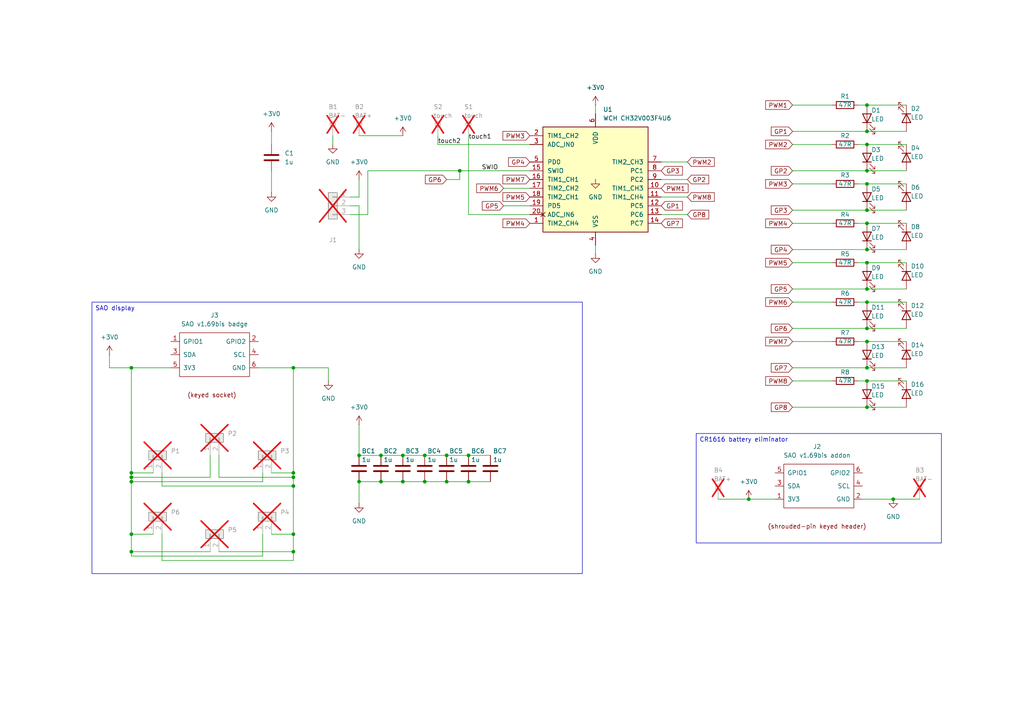
<source format=kicad_sch>
(kicad_sch (version 20250114) (generator "eeschema") (generator_version "9.0")
  (paper "A4")
  (lib_symbols
    (symbol "Connector:TestPoint" (pin_numbers (hide yes)) (pin_names (offset 0.762) (hide yes))
      (property "Reference" "TP" (at 0 6.858 0))
      (property "Value" "TestPoint" (at 0 5.08 0))
      (symbol "TestPoint_0_1"
        (circle (center 0 3.302) (radius 0.762))
      )
      (symbol "TestPoint_1_1"
        (pin passive line (at 0 0 90) (length 2.54) (name "1") (number "1"))
      )
    )
    (symbol "Connector_Generic:Conn_01x02" (pin_names (offset 1.016) (hide yes))
      (property "Reference" "J" (at 0 2.54 0))
      (property "Value" "Conn_01x02" (at 0 -5.08 0))
      (symbol "Conn_01x02_1_1"
        (rectangle (start -1.27 1.27) (end 1.27 -3.81) (stroke (width 0.254)) (fill (type background)))
        (rectangle (start -1.27 0.127) (end 0 -0.127) (stroke (width 0.1524)))
        (rectangle (start -1.27 -2.413) (end 0 -2.667) (stroke (width 0.1524)))
        (pin passive line (at -5.08 0 0) (length 3.81) (name "Pin_1") (number "1"))
        (pin passive line (at -5.08 -2.54 0) (length 3.81) (name "Pin_2") (number "2"))
      )
    )
    (symbol "Connector_Generic:Conn_01x03" (pin_names (offset 1.016) (hide yes))
      (property "Reference" "J" (at 0 5.08 0))
      (property "Value" "Conn_01x03" (at 0 -5.08 0))
      (symbol "Conn_01x03_1_1"
        (rectangle (start -1.27 3.81) (end 1.27 -3.81) (stroke (width 0.254)) (fill (type background)))
        (rectangle (start -1.27 2.667) (end 0 2.413) (stroke (width 0.1524)))
        (rectangle (start -1.27 0.127) (end 0 -0.127) (stroke (width 0.1524)))
        (rectangle (start -1.27 -2.413) (end 0 -2.667) (stroke (width 0.1524)))
        (pin passive line (at -5.08 2.54 0) (length 3.81) (name "Pin_1") (number "1"))
        (pin passive line (at -5.08 0 0) (length 3.81) (name "Pin_2") (number "2"))
        (pin passive line (at -5.08 -2.54 0) (length 3.81) (name "Pin_3") (number "3"))
      )
    )
    (symbol "Device:C" (pin_numbers (hide yes)) (pin_names (offset 0.254))
      (property "Reference" "C" (at 0.635 2.54 0))
      (property "Value" "C" (at 0.635 -2.54 0))
      (symbol "C_0_1"
        (polyline (pts (xy -2.032 0.762) (xy 2.032 0.762)) (stroke (width 0.508)))
        (polyline (pts (xy -2.032 -0.762) (xy 2.032 -0.762)) (stroke (width 0.508)))
      )
      (symbol "C_1_1"
        (pin passive line (at 0 3.81 270) (length 2.794) (name "~") (number "1"))
        (pin passive line (at 0 -3.81 90) (length 2.794) (name "~") (number "2"))
      )
    )
    (symbol "Device:LED" (pin_numbers (hide yes)) (pin_names (offset 1.016) (hide yes))
      (property "Reference" "D" (at 0 2.54 0))
      (property "Value" "LED" (at 0 -2.54 0))
      (symbol "LED_0_1"
        (polyline (pts (xy -3.048 -0.762) (xy -4.572 -2.286) (xy -3.81 -2.286) (xy -4.572 -2.286) (xy -4.572 -1.524)))
        (polyline (pts (xy -1.778 -0.762) (xy -3.302 -2.286) (xy -2.54 -2.286) (xy -3.302 -2.286) (xy -3.302 -1.524)))
        (polyline (pts (xy -1.27 0) (xy 1.27 0)))
        (polyline (pts (xy -1.27 -1.27) (xy -1.27 1.27)) (stroke (width 0.254)))
        (polyline (pts (xy 1.27 -1.27) (xy 1.27 1.27) (xy -1.27 0) (xy 1.27 -1.27)) (stroke (width 0.254)))
      )
      (symbol "LED_1_1"
        (pin passive line (at -3.81 0 0) (length 2.54) (name "K") (number "1"))
        (pin passive line (at 3.81 0 180) (length 2.54) (name "A") (number "2"))
      )
    )
    (symbol "Device:R" (pin_numbers (hide yes)) (pin_names (offset 0))
      (property "Reference" "R" (at 2.032 0 90))
      (property "Value" "R" (at 0 0 90))
      (symbol "R_0_1"
        (rectangle (start -1.016 -2.54) (end 1.016 2.54) (stroke (width 0.254)))
      )
      (symbol "R_1_1"
        (pin passive line (at 0 3.81 270) (length 1.27) (name "~") (number "1"))
        (pin passive line (at 0 -3.81 90) (length 1.27) (name "~") (number "2"))
      )
    )
    (symbol "extra:SAO v1.69bis addon" (pin_names (offset 1.016))
      (property "Reference" "J" (at -1.27 8.89 0))
      (property "Value" "SAO v1.69bis addon" (at -10.6806 -8.89 0))
      (symbol "SAO v1.69bis addon_0_1"
        (rectangle (start -10.16 6.35) (end 10.16 -6.35))
      )
      (symbol "SAO v1.69bis addon_1_1"
        (text "(shrouded-pin keyed header)" (at -0.508 -11.684 0) (effects (font (size 1.27 1.27))))
        (pin bidirectional line (at -12.7 3.81 0) (length 2.54) (name "GPIO1") (number "5"))
        (pin bidirectional line (at -12.7 0 0) (length 2.54) (name "SDA") (number "3"))
        (pin power_in line (at -12.7 -3.81 0) (length 2.54) (name "3V3") (number "1"))
        (pin bidirectional line (at 12.7 3.81 180) (length 2.54) (name "GPIO2") (number "6"))
        (pin input line (at 12.7 0 180) (length 2.54) (name "SCL") (number "4"))
        (pin power_in line (at 12.7 -3.81 180) (length 2.54) (name "GND") (number "2"))
      )
    )
    (symbol "extra:SAO v1.69bis badge" (pin_names (offset 1.016))
      (property "Reference" "J" (at -1.27 8.89 0))
      (property "Value" "SAO v1.69bis badge" (at -10.6806 -8.89 0))
      (symbol "SAO v1.69bis badge_0_1"
        (rectangle (start -10.16 6.35) (end 10.16 -6.35))
      )
      (symbol "SAO v1.69bis badge_1_1"
        (text "(keyed socket)" (at -0.762 -11.684 0) (effects (font (size 1.27 1.27))))
        (pin bidirectional line (at -12.7 3.81 0) (length 2.54) (name "GPIO1") (number "1"))
        (pin bidirectional line (at -12.7 0 0) (length 2.54) (name "SDA") (number "3"))
        (pin power_in line (at -12.7 -3.81 0) (length 2.54) (name "3V3") (number "5"))
        (pin bidirectional line (at 12.7 3.81 180) (length 2.54) (name "GPIO2") (number "2"))
        (pin input line (at 12.7 0 180) (length 2.54) (name "SCL") (number "4"))
        (pin power_in line (at 12.7 -3.81 180) (length 2.54) (name "GND") (number "6"))
      )
    )
    (symbol "extra:WCH CH32V003F4U6" (pin_names (offset 1.27))
      (property "Reference" "U" (at -13.97 16.51 0))
      (property "Value" "WCH CH32V003F4U6" (at 5.08 -16.51 0))
      (symbol "WCH CH32V003F4U6_0_1"
        (rectangle (start -15.24 15.24) (end 15.24 -15.24) (stroke (width 0.254)) (fill (type background)))
      )
      (symbol "WCH CH32V003F4U6_1_1"
        (pin bidirectional line (at -19.05 12.7 0) (length 3.81) (name "PA1") (number "2") (alternate "TIM1_CH2" output line))
        (pin bidirectional line (at -19.05 10.16 0) (length 3.81) (name "PA2") (number "3") (alternate "ADC_IN0" input line))
        (pin bidirectional line (at -19.05 5.08 0) (length 3.81) (name "PD0") (number "5"))
        (pin bidirectional line (at -19.05 2.54 0) (length 3.81) (name "PD1") (number "15") (alternate "SWIO" bidirectional line))
        (pin bidirectional line (at -19.05 0 0) (length 3.81) (name "PD2") (number "16") (alternate "TIM1_CH1" output line))
        (pin bidirectional line (at -19.05 -2.54 0) (length 3.81) (name "PD3") (number "17") (alternate "TIM2_CH2" output line))
        (pin bidirectional line (at -19.05 -5.08 0) (length 3.81) (name "PD4") (number "18") (alternate "TIM2_CH1" output line))
        (pin bidirectional line (at -19.05 -7.62 0) (length 3.81) (name "PD5") (number "19"))
        (pin bidirectional line (at -19.05 -10.16 0) (length 3.81) (name "PD6") (number "20") (alternate "ADC_IN6" input non_logic))
        (pin bidirectional line (at -19.05 -12.7 0) (length 3.81) (name "PD7") (number "1") (alternate "TIM2_CH4" output line))
        (pin power_in line (at 0 19.05 270) (length 3.81) (name "VDD") (number "6"))
        (pin power_in line (at 0 0 90) (length 3.81) (hide yes) (name "VSS") (number "21"))
        (pin power_in line (at 0 -19.05 90) (length 3.81) (name "VSS") (number "4"))
        (pin bidirectional line (at 19.05 5.08 180) (length 3.81) (name "PC0") (number "7") (alternate "TIM2_CH3" output line))
        (pin bidirectional line (at 19.05 2.54 180) (length 3.81) (name "PC1") (number "8"))
        (pin bidirectional line (at 19.05 0 180) (length 3.81) (name "PC2") (number "9"))
        (pin bidirectional line (at 19.05 -2.54 180) (length 3.81) (name "PC3") (number "10") (alternate "TIM1_CH3" output line))
        (pin bidirectional line (at 19.05 -5.08 180) (length 3.81) (name "PC4") (number "11") (alternate "TIM1_CH4" output line))
        (pin bidirectional line (at 19.05 -7.62 180) (length 3.81) (name "PC5") (number "12"))
        (pin bidirectional line (at 19.05 -10.16 180) (length 3.81) (name "PC6") (number "13"))
        (pin bidirectional line (at 19.05 -12.7 180) (length 3.81) (name "PC7") (number "14"))
      )
    )
    (symbol "power:+3V0" (power) (pin_numbers (hide yes)) (pin_names (offset 0) (hide yes))
      (property "Value" "+3V0" (at 0 3.556 0))
      (symbol "+3V0_0_1"
        (polyline (pts (xy -0.762 1.27) (xy 0 2.54)))
        (polyline (pts (xy 0 2.54) (xy 0.762 1.27)))
        (polyline (pts (xy 0 0) (xy 0 2.54)))
      )
      (symbol "+3V0_1_1"
        (pin power_in line (at 0 0 90) (length 0) (name "~") (number "1"))
      )
    )
    (symbol "power:GND" (power) (pin_numbers (hide yes)) (pin_names (offset 0) (hide yes))
      (property "Value" "GND" (at 0 -3.81 0))
      (symbol "GND_0_1"
        (polyline (pts (xy 0 0) (xy 0 -1.27) (xy 1.27 -1.27) (xy 0 -2.54) (xy -1.27 -1.27) (xy 0 -1.27)))
      )
      (symbol "GND_1_1"
        (pin power_in line (at 0 0 270) (length 0) (name "~") (number "1"))
      )
    )
  )
  (text_box "CR1616 battery eliminator" (at 201.93 125.73 0) (size 71.12 31.75) (margins 0.9525 0.9525 0.9525 0.9525) (effects (font (size 1.27 1.27)) (justify left top)))
  (text_box "SAO display" (at 26.67 87.63 0) (size 142.24 78.74) (margins 0.9525 0.9525 0.9525 0.9525) (effects (font (size 1.27 1.27)) (justify left top)))
  (junction (at 251.46 87.63))
  (junction (at 123.19 139.7))
  (junction (at 38.1 160.02))
  (junction (at 251.46 30.48))
  (junction (at 251.46 53.34))
  (junction (at 251.46 83.82))
  (junction (at 259.08 144.78))
  (junction (at 217.17 144.78))
  (junction (at 129.54 132.08))
  (junction (at 251.46 72.39))
  (junction (at 38.1 138.43))
  (junction (at 251.46 106.68))
  (junction (at 110.49 139.7))
  (junction (at 251.46 60.96))
  (junction (at 133.35 49.53))
  (junction (at 251.46 41.91))
  (junction (at 251.46 49.53))
  (junction (at 251.46 76.2))
  (junction (at 135.89 132.08))
  (junction (at 85.09 154.94))
  (junction (at 116.84 132.08))
  (junction (at 104.14 132.08))
  (junction (at 135.89 139.7))
  (junction (at 251.46 99.06))
  (junction (at 104.14 139.7))
  (junction (at 251.46 95.25))
  (junction (at 116.84 139.7))
  (junction (at 85.09 160.02))
  (junction (at 123.19 132.08))
  (junction (at 251.46 64.77))
  (junction (at 129.54 139.7))
  (junction (at 85.09 137.16))
  (junction (at 38.1 139.7))
  (junction (at 38.1 137.16))
  (junction (at 85.09 106.68))
  (junction (at 251.46 110.49))
  (junction (at 251.46 38.1))
  (junction (at 251.46 118.11))
  (junction (at 85.09 138.43))
  (junction (at 85.09 140.97))
  (junction (at 38.1 154.94))
  (junction (at 38.1 106.68))
  (junction (at 110.49 132.08))
  (wire (pts (xy 76.2 137.16) (xy 76.2 139.7)))
  (wire (pts (xy 153.67 41.91) (xy 127 41.91)))
  (wire (pts (xy 229.87 95.25) (xy 251.46 95.25)))
  (wire (pts (xy 101.6 59.69) (xy 104.14 59.69)))
  (wire (pts (xy 229.87 60.96) (xy 251.46 60.96)))
  (wire (pts (xy 78.74 55.88) (xy 78.74 49.53)))
  (wire (pts (xy 135.89 62.23) (xy 153.67 62.23)))
  (wire (pts (xy 106.68 49.53) (xy 133.35 49.53)))
  (wire (pts (xy 85.09 138.43) (xy 85.09 137.16)))
  (wire (pts (xy 76.2 139.7) (xy 38.1 139.7)))
  (wire (pts (xy 248.92 87.63) (xy 251.46 87.63)))
  (wire (pts (xy 85.09 162.56) (xy 85.09 160.02)))
  (wire (pts (xy 248.92 53.34) (xy 251.46 53.34)))
  (wire (pts (xy 248.92 110.49) (xy 251.46 110.49)))
  (wire (pts (xy 46.99 154.94) (xy 46.99 162.56)))
  (wire (pts (xy 191.77 57.15) (xy 199.39 57.15)))
  (wire (pts (xy 85.09 160.02) (xy 85.09 154.94)))
  (wire (pts (xy 31.75 106.68) (xy 38.1 106.68)))
  (wire (pts (xy 46.99 137.16) (xy 46.99 140.97)))
  (wire (pts (xy 85.09 106.68) (xy 74.93 106.68)))
  (wire (pts (xy 251.46 30.48) (xy 262.89 30.48)))
  (wire (pts (xy 104.14 57.15) (xy 101.6 57.15)))
  (wire (pts (xy 104.14 132.08) (xy 110.49 132.08)))
  (wire (pts (xy 251.46 118.11) (xy 262.89 118.11)))
  (wire (pts (xy 229.87 49.53) (xy 251.46 49.53)))
  (wire (pts (xy 217.17 144.78) (xy 224.79 144.78)))
  (wire (pts (xy 251.46 83.82) (xy 262.89 83.82)))
  (wire (pts (xy 76.2 161.29) (xy 38.1 161.29)))
  (wire (pts (xy 191.77 62.23) (xy 199.39 62.23)))
  (wire (pts (xy 38.1 138.43) (xy 38.1 137.16)))
  (wire (pts (xy 251.46 64.77) (xy 262.89 64.77)))
  (wire (pts (xy 38.1 161.29) (xy 38.1 160.02)))
  (wire (pts (xy 104.14 39.37) (xy 116.84 39.37)))
  (wire (pts (xy 251.46 95.25) (xy 262.89 95.25)))
  (wire (pts (xy 38.1 160.02) (xy 38.1 154.94)))
  (wire (pts (xy 85.09 154.94) (xy 85.09 140.97)))
  (wire (pts (xy 229.87 72.39) (xy 251.46 72.39)))
  (wire (pts (xy 229.87 83.82) (xy 251.46 83.82)))
  (wire (pts (xy 191.77 52.07) (xy 199.39 52.07)))
  (wire (pts (xy 133.35 49.53) (xy 153.67 49.53)))
  (wire (pts (xy 229.87 64.77) (xy 241.3 64.77)))
  (wire (pts (xy 172.72 71.12) (xy 172.72 73.66)))
  (wire (pts (xy 63.5 160.02) (xy 85.09 160.02)))
  (wire (pts (xy 31.75 102.87) (xy 31.75 106.68)))
  (wire (pts (xy 95.25 106.68) (xy 85.09 106.68)))
  (wire (pts (xy 259.08 144.78) (xy 266.7 144.78)))
  (wire (pts (xy 251.46 49.53) (xy 262.89 49.53)))
  (wire (pts (xy 135.89 39.37) (xy 135.89 62.23)))
  (wire (pts (xy 229.87 99.06) (xy 241.3 99.06)))
  (wire (pts (xy 251.46 72.39) (xy 262.89 72.39)))
  (wire (pts (xy 191.77 46.99) (xy 199.39 46.99)))
  (wire (pts (xy 229.87 38.1) (xy 251.46 38.1)))
  (wire (pts (xy 60.96 160.02) (xy 38.1 160.02)))
  (wire (pts (xy 63.5 132.08) (xy 63.5 138.43)))
  (wire (pts (xy 172.72 30.48) (xy 172.72 33.02)))
  (wire (pts (xy 38.1 137.16) (xy 38.1 106.68)))
  (wire (pts (xy 251.46 99.06) (xy 262.89 99.06)))
  (wire (pts (xy 229.87 118.11) (xy 251.46 118.11)))
  (wire (pts (xy 85.09 137.16) (xy 85.09 106.68)))
  (wire (pts (xy 38.1 106.68) (xy 49.53 106.68)))
  (wire (pts (xy 208.28 144.78) (xy 217.17 144.78)))
  (wire (pts (xy 251.46 38.1) (xy 262.89 38.1)))
  (wire (pts (xy 63.5 138.43) (xy 85.09 138.43)))
  (wire (pts (xy 44.45 137.16) (xy 38.1 137.16)))
  (wire (pts (xy 60.96 138.43) (xy 38.1 138.43)))
  (wire (pts (xy 123.19 139.7) (xy 129.54 139.7)))
  (wire (pts (xy 248.92 99.06) (xy 251.46 99.06)))
  (wire (pts (xy 135.89 139.7) (xy 142.24 139.7)))
  (wire (pts (xy 129.54 52.07) (xy 133.35 52.07)))
  (wire (pts (xy 229.87 110.49) (xy 241.3 110.49)))
  (wire (pts (xy 104.14 139.7) (xy 110.49 139.7)))
  (wire (pts (xy 85.09 140.97) (xy 85.09 138.43)))
  (wire (pts (xy 129.54 132.08) (xy 135.89 132.08)))
  (wire (pts (xy 123.19 132.08) (xy 129.54 132.08)))
  (wire (pts (xy 229.87 53.34) (xy 241.3 53.34)))
  (wire (pts (xy 129.54 139.7) (xy 135.89 139.7)))
  (wire (pts (xy 116.84 139.7) (xy 123.19 139.7)))
  (wire (pts (xy 78.74 154.94) (xy 85.09 154.94)))
  (wire (pts (xy 251.46 87.63) (xy 262.89 87.63)))
  (wire (pts (xy 110.49 139.7) (xy 116.84 139.7)))
  (wire (pts (xy 127 41.91) (xy 127 39.37)))
  (wire (pts (xy 96.52 39.37) (xy 96.52 41.91)))
  (wire (pts (xy 76.2 154.94) (xy 76.2 161.29)))
  (wire (pts (xy 78.74 137.16) (xy 85.09 137.16)))
  (wire (pts (xy 248.92 76.2) (xy 251.46 76.2)))
  (wire (pts (xy 78.74 38.1) (xy 78.74 41.91)))
  (wire (pts (xy 46.99 140.97) (xy 85.09 140.97)))
  (wire (pts (xy 104.14 52.07) (xy 104.14 57.15)))
  (wire (pts (xy 116.84 132.08) (xy 123.19 132.08)))
  (wire (pts (xy 251.46 106.68) (xy 262.89 106.68)))
  (wire (pts (xy 229.87 106.68) (xy 251.46 106.68)))
  (wire (pts (xy 106.68 62.23) (xy 101.6 62.23)))
  (wire (pts (xy 229.87 76.2) (xy 241.3 76.2)))
  (wire (pts (xy 46.99 162.56) (xy 85.09 162.56)))
  (wire (pts (xy 135.89 132.08) (xy 142.24 132.08)))
  (wire (pts (xy 229.87 30.48) (xy 241.3 30.48)))
  (wire (pts (xy 44.45 154.94) (xy 38.1 154.94)))
  (wire (pts (xy 229.87 41.91) (xy 241.3 41.91)))
  (wire (pts (xy 38.1 139.7) (xy 38.1 138.43)))
  (wire (pts (xy 251.46 60.96) (xy 262.89 60.96)))
  (wire (pts (xy 248.92 41.91) (xy 251.46 41.91)))
  (wire (pts (xy 104.14 146.05) (xy 104.14 139.7)))
  (wire (pts (xy 104.14 123.19) (xy 104.14 132.08)))
  (wire (pts (xy 95.25 110.49) (xy 95.25 106.68)))
  (wire (pts (xy 146.05 59.69) (xy 153.67 59.69)))
  (wire (pts (xy 146.05 54.61) (xy 153.67 54.61)))
  (wire (pts (xy 38.1 154.94) (xy 38.1 139.7)))
  (wire (pts (xy 248.92 30.48) (xy 251.46 30.48)))
  (wire (pts (xy 133.35 52.07) (xy 133.35 49.53)))
  (wire (pts (xy 104.14 59.69) (xy 104.14 72.39)))
  (wire (pts (xy 110.49 132.08) (xy 116.84 132.08)))
  (wire (pts (xy 248.92 64.77) (xy 251.46 64.77)))
  (wire (pts (xy 250.19 144.78) (xy 259.08 144.78)))
  (wire (pts (xy 251.46 41.91) (xy 262.89 41.91)))
  (wire (pts (xy 106.68 49.53) (xy 106.68 62.23)))
  (wire (pts (xy 251.46 53.34) (xy 262.89 53.34)))
  (wire (pts (xy 251.46 76.2) (xy 262.89 76.2)))
  (wire (pts (xy 251.46 110.49) (xy 262.89 110.49)))
  (wire (pts (xy 60.96 132.08) (xy 60.96 138.43)))
  (wire (pts (xy 229.87 87.63) (xy 241.3 87.63)))
  (label "touch1" (at 135.89 40.64 0))
  (label "touch2" (at 127 41.91 0))
  (label "SWIO" (at 139.7 49.53 0))
  (global_label "GP1" (shape input) (at 191.77 59.69 0) (property "Intersheetrefs" "${INTERSHEET_REFS}" (effects (hide yes))))
  (global_label "GP4" (shape input) (at 153.67 46.99 180) (property "Intersheetrefs" "${INTERSHEET_REFS}" (effects (hide yes))))
  (global_label "GP3" (shape input) (at 229.87 60.96 180) (property "Intersheetrefs" "${INTERSHEET_REFS}" (effects (hide yes))))
  (global_label "PWM3" (shape input) (at 153.67 39.37 180) (property "Intersheetrefs" "${INTERSHEET_REFS}" (effects (hide yes))))
  (global_label "PWM6" (shape input) (at 229.87 87.63 180) (property "Intersheetrefs" "${INTERSHEET_REFS}" (effects (hide yes))))
  (global_label "GP1" (shape input) (at 229.87 38.1 180) (property "Intersheetrefs" "${INTERSHEET_REFS}" (effects (hide yes))))
  (global_label "PWM1" (shape input) (at 229.87 30.48 180) (property "Intersheetrefs" "${INTERSHEET_REFS}" (effects (hide yes))))
  (global_label "GP7" (shape input) (at 191.77 64.77 0) (property "Intersheetrefs" "${INTERSHEET_REFS}" (effects (hide yes))))
  (global_label "PWM1" (shape input) (at 191.77 54.61 0) (property "Intersheetrefs" "${INTERSHEET_REFS}" (effects (hide yes))))
  (global_label "PWM2" (shape input) (at 229.87 41.91 180) (property "Intersheetrefs" "${INTERSHEET_REFS}" (effects (hide yes))))
  (global_label "GP5" (shape input) (at 146.05 59.69 180) (property "Intersheetrefs" "${INTERSHEET_REFS}" (effects (hide yes))))
  (global_label "GP8" (shape input) (at 199.39 62.23 0) (property "Intersheetrefs" "${INTERSHEET_REFS}" (effects (hide yes))))
  (global_label "PWM7" (shape input) (at 229.87 99.06 180) (property "Intersheetrefs" "${INTERSHEET_REFS}" (effects (hide yes))))
  (global_label "GP2" (shape input) (at 229.87 49.53 180) (property "Intersheetrefs" "${INTERSHEET_REFS}" (effects (hide yes))))
  (global_label "PWM4" (shape input) (at 229.87 64.77 180) (property "Intersheetrefs" "${INTERSHEET_REFS}" (effects (hide yes))))
  (global_label "GP7" (shape input) (at 229.87 106.68 180) (property "Intersheetrefs" "${INTERSHEET_REFS}" (effects (hide yes))))
  (global_label "PWM5" (shape input) (at 153.67 57.15 180) (property "Intersheetrefs" "${INTERSHEET_REFS}" (effects (hide yes))))
  (global_label "PWM5" (shape input) (at 229.87 76.2 180) (property "Intersheetrefs" "${INTERSHEET_REFS}" (effects (hide yes))))
  (global_label "PWM3" (shape input) (at 229.87 53.34 180) (property "Intersheetrefs" "${INTERSHEET_REFS}" (effects (hide yes))))
  (global_label "PWM7" (shape input) (at 153.67 52.07 180) (property "Intersheetrefs" "${INTERSHEET_REFS}" (effects (hide yes))))
  (global_label "GP3" (shape input) (at 191.77 49.53 0) (property "Intersheetrefs" "${INTERSHEET_REFS}" (effects (hide yes))))
  (global_label "PWM2" (shape input) (at 199.39 46.99 0) (property "Intersheetrefs" "${INTERSHEET_REFS}" (effects (hide yes))))
  (global_label "GP5" (shape input) (at 229.87 83.82 180) (property "Intersheetrefs" "${INTERSHEET_REFS}" (effects (hide yes))))
  (global_label "PWM6" (shape input) (at 146.05 54.61 180) (property "Intersheetrefs" "${INTERSHEET_REFS}" (effects (hide yes))))
  (global_label "GP4" (shape input) (at 229.87 72.39 180) (property "Intersheetrefs" "${INTERSHEET_REFS}" (effects (hide yes))))
  (global_label "GP6" (shape input) (at 229.87 95.25 180) (property "Intersheetrefs" "${INTERSHEET_REFS}" (effects (hide yes))))
  (global_label "GP2" (shape input) (at 199.39 52.07 0) (property "Intersheetrefs" "${INTERSHEET_REFS}" (effects (hide yes))))
  (global_label "PWM4" (shape input) (at 153.67 64.77 180) (property "Intersheetrefs" "${INTERSHEET_REFS}" (effects (hide yes))))
  (global_label "PWM8" (shape input) (at 229.87 110.49 180) (property "Intersheetrefs" "${INTERSHEET_REFS}" (effects (hide yes))))
  (global_label "GP8" (shape input) (at 229.87 118.11 180) (property "Intersheetrefs" "${INTERSHEET_REFS}" (effects (hide yes))))
  (global_label "GP6" (shape input) (at 129.54 52.07 180) (property "Intersheetrefs" "${INTERSHEET_REFS}" (effects (hide yes))))
  (global_label "PWM8" (shape input) (at 199.39 57.15 0) (property "Intersheetrefs" "${INTERSHEET_REFS}" (effects (hide yes))))
  (symbol (lib_id "Device:R") (at 245.11 41.91 90) (unit 1)
    (property "Reference" "R2" (at 245.11 39.37 90))
    (property "Value" "47R" (at 245.11 41.91 90))
    (property "Footprint" "Resistor_SMD:R_0402_1005Metric" (effects (hide yes)))
    (property "Datasheet" "https://www.lcsc.com/datasheet/lcsc_datasheet_2411071710_FOJAN-FRC0402F47R0TS_C2909362.pdf" (effects (hide yes)))
    (property "Description" "Resistor" (effects (hide yes)))
    (property "LCSC" "C2909362" (effects (hide yes)))
  )
  (symbol (lib_id "Device:R") (at 245.11 110.49 90) (unit 1)
    (property "Reference" "R8" (at 245.11 107.95 90))
    (property "Value" "47R" (at 245.11 110.49 90))
    (property "Footprint" "Resistor_SMD:R_0402_1005Metric" (effects (hide yes)))
    (property "Datasheet" "https://www.lcsc.com/datasheet/lcsc_datasheet_2411071710_FOJAN-FRC0402F47R0TS_C2909362.pdf" (effects (hide yes)))
    (property "Description" "Resistor" (effects (hide yes)))
    (property "LCSC" "C2909362" (effects (hide yes)))
  )
  (symbol (lib_id "power:GND") (at 96.52 41.91 0) (unit 1)
    (property "Reference" "#PWR03" (effects (hide yes)))
    (property "Value" "GND" (at 96.52 46.99 0))
    (property "Description" "Power symbol creates a global label with name \"GND\" , ground" (effects (hide yes)))
  )
  (symbol (lib_id "power:GND") (at 259.08 144.78 0) (unit 1)
    (property "Reference" "#PWR08" (effects (hide yes)))
    (property "Value" "GND" (at 259.08 149.86 0))
    (property "Description" "Power symbol creates a global label with name \"GND\" , ground" (effects (hide yes)))
  )
  (symbol (lib_id "Device:R") (at 245.11 30.48 90) (unit 1)
    (property "Reference" "R1" (at 245.11 27.94 90))
    (property "Value" "47R" (at 245.11 30.48 90))
    (property "Footprint" "Resistor_SMD:R_0402_1005Metric" (effects (hide yes)))
    (property "Datasheet" "https://www.lcsc.com/datasheet/lcsc_datasheet_2411071710_FOJAN-FRC0402F47R0TS_C2909362.pdf" (effects (hide yes)))
    (property "Description" "Resistor" (effects (hide yes)))
    (property "LCSC" "C2909362" (effects (hide yes)))
  )
  (symbol (lib_id "Device:LED") (at 251.46 45.72 90) (unit 1)
    (property "Reference" "D3" (at 252.73 43.434 90) (effects (justify right)))
    (property "Value" "LED" (at 252.73 45.974 90) (effects (justify right)))
    (property "Footprint" "LED_SMD:LED_0402_1005Metric" (effects (hide yes)))
    (property "Datasheet" "https://www.lcsc.com/datasheet/lcsc_datasheet_2402181505_XINGLIGHT-XL-1005SURC_C965790.pdf" (effects (hide yes)))
    (property "Description" "Light emitting diode" (effects (hide yes)))
    (property "LCSC" "C965790" (effects (hide yes)))
  )
  (symbol (lib_id "power:+3V0") (at 172.72 30.48 0) (unit 1)
    (property "Reference" "#PWR01" (effects (hide yes)))
    (property "Value" "+3V0" (at 172.72 25.4 0))
    (property "Description" "Power symbol creates a global label with name \"+3V0\"" (effects (hide yes)))
  )
  (symbol (lib_id "Device:C") (at 135.89 135.89 0) (unit 1)
    (property "Reference" "BC6" (at 136.652 130.81 0) (effects (justify left)))
    (property "Value" "1u" (at 136.652 133.35 0) (effects (justify left)))
    (property "Footprint" "Capacitor_SMD:C_0805_2012Metric_Pad1.18x1.45mm_HandSolder" (effects (hide yes)))
    (property "Datasheet" "https://www.lcsc.com/datasheet/lcsc_datasheet_2409291532_CCTC-TCC0805X5R105M250DT_C7393927.pdf" (effects (hide yes)))
    (property "Description" "Unpolarized capacitor" (effects (hide yes)))
    (property "LCSC" "C7393927" (effects (hide yes)))
  )
  (symbol (lib_id "power:GND") (at 95.25 110.49 0) (unit 1)
    (property "Reference" "#PWR013" (effects (hide yes)))
    (property "Value" "GND" (at 95.25 115.57 0))
    (property "Description" "Power symbol creates a global label with name \"GND\" , ground" (effects (hide yes)))
  )
  (symbol (lib_id "Device:LED") (at 262.89 45.72 270) (unit 1)
    (property "Reference" "D4" (at 264.16 42.926 90) (effects (justify left)))
    (property "Value" "LED" (at 264.16 45.466 90) (effects (justify left)))
    (property "Footprint" "LED_SMD:LED_0402_1005Metric" (effects (hide yes)))
    (property "Datasheet" "https://www.lcsc.com/datasheet/lcsc_datasheet_2402181505_XINGLIGHT-XL-1005SURC_C965790.pdf" (effects (hide yes)))
    (property "Description" "Light emitting diode" (effects (hide yes)))
    (property "LCSC" "C965790" (effects (hide yes)))
  )
  (symbol (lib_id "Device:R") (at 245.11 76.2 90) (unit 1)
    (property "Reference" "R5" (at 245.11 73.66 90))
    (property "Value" "47R" (at 245.11 76.2 90))
    (property "Footprint" "Resistor_SMD:R_0402_1005Metric" (effects (hide yes)))
    (property "Datasheet" "https://www.lcsc.com/datasheet/lcsc_datasheet_2411071710_FOJAN-FRC0402F47R0TS_C2909362.pdf" (effects (hide yes)))
    (property "Description" "Resistor" (effects (hide yes)))
    (property "LCSC" "C2909362" (effects (hide yes)))
  )
  (symbol (lib_id "Device:LED") (at 251.46 80.01 90) (unit 1)
    (property "Reference" "D9" (at 252.73 77.724 90) (effects (justify right)))
    (property "Value" "LED" (at 252.73 80.264 90) (effects (justify right)))
    (property "Footprint" "LED_SMD:LED_0402_1005Metric" (effects (hide yes)))
    (property "Datasheet" "https://www.lcsc.com/datasheet/lcsc_datasheet_2402181505_XINGLIGHT-XL-1005SURC_C965790.pdf" (effects (hide yes)))
    (property "Description" "Light emitting diode" (effects (hide yes)))
    (property "LCSC" "C965790" (effects (hide yes)))
  )
  (symbol (lib_id "power:GND") (at 172.72 73.66 0) (unit 1)
    (property "Reference" "#PWR05" (effects (hide yes)))
    (property "Value" "GND" (at 172.72 78.74 0))
    (property "Description" "Power symbol creates a global label with name \"GND\" , ground" (effects (hide yes)))
  )
  (symbol (lib_id "power:+3V0") (at 31.75 102.87 0) (unit 1)
    (property "Reference" "#PWR012" (effects (hide yes)))
    (property "Value" "+3V0" (at 31.75 97.79 0))
    (property "Description" "Power symbol creates a global label with name \"+3V0\"" (effects (hide yes)))
  )
  (symbol (lib_id "Device:C") (at 123.19 135.89 0) (unit 1)
    (property "Reference" "BC4" (at 123.952 130.81 0) (effects (justify left)))
    (property "Value" "1u" (at 123.952 133.35 0) (effects (justify left)))
    (property "Footprint" "Capacitor_SMD:C_0805_2012Metric_Pad1.18x1.45mm_HandSolder" (effects (hide yes)))
    (property "Datasheet" "https://www.lcsc.com/datasheet/lcsc_datasheet_2409291532_CCTC-TCC0805X5R105M250DT_C7393927.pdf" (effects (hide yes)))
    (property "Description" "Unpolarized capacitor" (effects (hide yes)))
    (property "LCSC" "C7393927" (effects (hide yes)))
  )
  (symbol (lib_id "Connector_Generic:Conn_01x02") (at 60.96 154.94 90) (unit 1) (in_bom no) (dnp yes)
    (property "Reference" "P5" (at 66.04 153.6699 90) (effects (justify right)))
    (property "Value" "Conn_01x02" (effects (hide yes)))
    (property "Footprint" "Connector_PinHeader_2.54mm:PinHeader_1x02_P2.54mm_Vertical" (effects (hide yes)))
    (property "Description" "Generic connector, single row, 01x02, script generated (kicad-library-utils/schlib/autogen/connector/)" (effects (hide yes)))
  )
  (symbol (lib_id "Device:LED") (at 262.89 57.15 270) (unit 1)
    (property "Reference" "D6" (at 264.16 54.356 90) (effects (justify left)))
    (property "Value" "LED" (at 264.16 56.896 90) (effects (justify left)))
    (property "Footprint" "LED_SMD:LED_0402_1005Metric" (effects (hide yes)))
    (property "Datasheet" "https://www.lcsc.com/datasheet/lcsc_datasheet_2402181505_XINGLIGHT-XL-1005SURC_C965790.pdf" (effects (hide yes)))
    (property "Description" "Light emitting diode" (effects (hide yes)))
    (property "LCSC" "C965790" (effects (hide yes)))
  )
  (symbol (lib_id "Connector_Generic:Conn_01x02") (at 76.2 132.08 90) (unit 1) (in_bom no) (dnp yes)
    (property "Reference" "P3" (at 81.28 130.8099 90) (effects (justify right)))
    (property "Value" "Conn_01x02" (effects (hide yes)))
    (property "Footprint" "Connector_PinHeader_2.54mm:PinHeader_1x02_P2.54mm_Vertical" (effects (hide yes)))
    (property "Description" "Generic connector, single row, 01x02, script generated (kicad-library-utils/schlib/autogen/connector/)" (effects (hide yes)))
  )
  (symbol (lib_id "Connector:TestPoint") (at 266.7 144.78 0) (unit 1) (in_bom no) (dnp yes)
    (property "Reference" "B3" (at 265.43 136.398 0) (effects (justify left)))
    (property "Value" "BAT-" (at 265.43 138.938 0) (effects (justify left)))
    (property "Footprint" "TestPoint:TestPoint_Pad_D4.0mm" (effects (hide yes)))
    (property "Description" "test point" (effects (hide yes)))
  )
  (symbol (lib_id "Device:LED") (at 251.46 34.29 90) (unit 1)
    (property "Reference" "D1" (at 252.73 32.004 90) (effects (justify right)))
    (property "Value" "LED" (at 252.73 34.544 90) (effects (justify right)))
    (property "Footprint" "LED_SMD:LED_0402_1005Metric" (effects (hide yes)))
    (property "Datasheet" "https://www.lcsc.com/datasheet/lcsc_datasheet_2402181505_XINGLIGHT-XL-1005SURC_C965790.pdf" (effects (hide yes)))
    (property "Description" "Light emitting diode" (effects (hide yes)))
    (property "LCSC" "C965790" (effects (hide yes)))
  )
  (symbol (lib_id "Device:LED") (at 262.89 80.01 270) (unit 1)
    (property "Reference" "D10" (at 264.16 77.216 90) (effects (justify left)))
    (property "Value" "LED" (at 264.16 79.756 90) (effects (justify left)))
    (property "Footprint" "LED_SMD:LED_0402_1005Metric" (effects (hide yes)))
    (property "Datasheet" "https://www.lcsc.com/datasheet/lcsc_datasheet_2402181505_XINGLIGHT-XL-1005SURC_C965790.pdf" (effects (hide yes)))
    (property "Description" "Light emitting diode" (effects (hide yes)))
    (property "LCSC" "C965790" (effects (hide yes)))
  )
  (symbol (lib_id "Connector:TestPoint") (at 135.89 39.37 0) (unit 1) (in_bom no) (dnp yes)
    (property "Reference" "S1" (at 134.62 30.988 0) (effects (justify left)))
    (property "Value" "touch" (at 134.62 33.528 0) (effects (justify left)))
    (property "Footprint" "TestPoint:TestPoint_Pad_D4.0mm" (effects (hide yes)))
    (property "Description" "test point" (effects (hide yes)))
  )
  (symbol (lib_id "power:+3V0") (at 78.74 38.1 0) (unit 1)
    (property "Reference" "#PWR09" (effects (hide yes)))
    (property "Value" "+3V0" (at 78.74 33.02 0))
    (property "Description" "Power symbol creates a global label with name \"+3V0\"" (effects (hide yes)))
  )
  (symbol (lib_id "Device:LED") (at 251.46 114.3 90) (unit 1)
    (property "Reference" "D15" (at 252.73 112.014 90) (effects (justify right)))
    (property "Value" "LED" (at 252.73 114.554 90) (effects (justify right)))
    (property "Footprint" "LED_SMD:LED_0402_1005Metric" (effects (hide yes)))
    (property "Datasheet" "https://www.lcsc.com/datasheet/lcsc_datasheet_2402181505_XINGLIGHT-XL-1005SURC_C965790.pdf" (effects (hide yes)))
    (property "Description" "Light emitting diode" (effects (hide yes)))
    (property "LCSC" "C965790" (effects (hide yes)))
  )
  (symbol (lib_id "Device:LED") (at 262.89 68.58 270) (unit 1)
    (property "Reference" "D8" (at 264.16 65.786 90) (effects (justify left)))
    (property "Value" "LED" (at 264.16 68.326 90) (effects (justify left)))
    (property "Footprint" "LED_SMD:LED_0402_1005Metric" (effects (hide yes)))
    (property "Datasheet" "https://www.lcsc.com/datasheet/lcsc_datasheet_2402181505_XINGLIGHT-XL-1005SURC_C965790.pdf" (effects (hide yes)))
    (property "Description" "Light emitting diode" (effects (hide yes)))
    (property "LCSC" "C965790" (effects (hide yes)))
  )
  (symbol (lib_id "Device:C") (at 116.84 135.89 0) (unit 1)
    (property "Reference" "BC3" (at 117.602 130.81 0) (effects (justify left)))
    (property "Value" "1u" (at 117.602 133.35 0) (effects (justify left)))
    (property "Footprint" "Capacitor_SMD:C_0805_2012Metric_Pad1.18x1.45mm_HandSolder" (effects (hide yes)))
    (property "Datasheet" "https://www.lcsc.com/datasheet/lcsc_datasheet_2409291532_CCTC-TCC0805X5R105M250DT_C7393927.pdf" (effects (hide yes)))
    (property "Description" "Unpolarized capacitor" (effects (hide yes)))
    (property "LCSC" "C7393927" (effects (hide yes)))
  )
  (symbol (lib_id "Device:LED") (at 251.46 68.58 90) (unit 1)
    (property "Reference" "D7" (at 252.73 66.294 90) (effects (justify right)))
    (property "Value" "LED" (at 252.73 68.834 90) (effects (justify right)))
    (property "Footprint" "LED_SMD:LED_0402_1005Metric" (effects (hide yes)))
    (property "Datasheet" "https://www.lcsc.com/datasheet/lcsc_datasheet_2402181505_XINGLIGHT-XL-1005SURC_C965790.pdf" (effects (hide yes)))
    (property "Description" "Light emitting diode" (effects (hide yes)))
    (property "LCSC" "C965790" (effects (hide yes)))
  )
  (symbol (lib_id "power:+3V0") (at 217.17 144.78 0) (unit 1)
    (property "Reference" "#PWR011" (effects (hide yes)))
    (property "Value" "+3V0" (at 217.17 139.7 0))
    (property "Description" "Power symbol creates a global label with name \"+3V0\"" (effects (hide yes)))
  )
  (symbol (lib_id "Device:R") (at 245.11 64.77 90) (unit 1)
    (property "Reference" "R4" (at 245.11 62.23 90))
    (property "Value" "47R" (at 245.11 64.77 90))
    (property "Footprint" "Resistor_SMD:R_0402_1005Metric" (effects (hide yes)))
    (property "Datasheet" "https://www.lcsc.com/datasheet/lcsc_datasheet_2411071710_FOJAN-FRC0402F47R0TS_C2909362.pdf" (effects (hide yes)))
    (property "Description" "Resistor" (effects (hide yes)))
    (property "LCSC" "C2909362" (effects (hide yes)))
  )
  (symbol (lib_id "power:GND") (at 104.14 146.05 0) (unit 1)
    (property "Reference" "#PWR015" (effects (hide yes)))
    (property "Value" "GND" (at 104.14 151.13 0))
    (property "Description" "Power symbol creates a global label with name \"GND\" , ground" (effects (hide yes)))
  )
  (symbol (lib_id "Device:LED") (at 251.46 57.15 90) (unit 1)
    (property "Reference" "D5" (at 252.73 54.864 90) (effects (justify right)))
    (property "Value" "LED" (at 252.73 57.404 90) (effects (justify right)))
    (property "Footprint" "LED_SMD:LED_0402_1005Metric" (effects (hide yes)))
    (property "Datasheet" "https://www.lcsc.com/datasheet/lcsc_datasheet_2402181505_XINGLIGHT-XL-1005SURC_C965790.pdf" (effects (hide yes)))
    (property "Description" "Light emitting diode" (effects (hide yes)))
    (property "LCSC" "C965790" (effects (hide yes)))
  )
  (symbol (lib_id "power:+3V0") (at 104.14 52.07 0) (unit 1)
    (property "Reference" "#PWR06" (effects (hide yes)))
    (property "Value" "+3V0" (at 104.14 46.99 0))
    (property "Description" "Power symbol creates a global label with name \"+3V0\"" (effects (hide yes)))
  )
  (symbol (lib_id "Device:C") (at 142.24 135.89 0) (unit 1)
    (property "Reference" "BC7" (at 143.002 130.81 0) (effects (justify left)))
    (property "Value" "1u" (at 143.002 133.35 0) (effects (justify left)))
    (property "Footprint" "Capacitor_SMD:C_0805_2012Metric_Pad1.18x1.45mm_HandSolder" (effects (hide yes)))
    (property "Datasheet" "https://www.lcsc.com/datasheet/lcsc_datasheet_2409291532_CCTC-TCC0805X5R105M250DT_C7393927.pdf" (effects (hide yes)))
    (property "Description" "Unpolarized capacitor" (effects (hide yes)))
    (property "LCSC" "C7393927" (effects (hide yes)))
  )
  (symbol (lib_id "power:GND") (at 104.14 72.39 0) (unit 1)
    (property "Reference" "#PWR07" (effects (hide yes)))
    (property "Value" "GND" (at 104.14 77.47 0))
    (property "Description" "Power symbol creates a global label with name \"GND\" , ground" (effects (hide yes)))
  )
  (symbol (lib_id "extra:SAO v1.69bis addon") (at 237.49 140.97 0) (unit 1)
    (property "Reference" "J2" (at 236.982 129.54 0))
    (property "Value" "SAO v1.69bis addon" (at 236.982 132.08 0))
    (property "Footprint" "Connector_IDC:IDC-Header_2x03_P2.54mm_Vertical" (effects (hide yes)))
    (property "Datasheet" "https://hackaday.com/2019/03/20/introducing-the-shitty-add-on-v1-69bis-standard/" (effects (hide yes)))
  )
  (symbol (lib_id "Device:LED") (at 251.46 102.87 90) (unit 1)
    (property "Reference" "D13" (at 252.73 100.584 90) (effects (justify right)))
    (property "Value" "LED" (at 252.73 103.124 90) (effects (justify right)))
    (property "Footprint" "LED_SMD:LED_0402_1005Metric" (effects (hide yes)))
    (property "Datasheet" "https://www.lcsc.com/datasheet/lcsc_datasheet_2402181505_XINGLIGHT-XL-1005SURC_C965790.pdf" (effects (hide yes)))
    (property "Description" "Light emitting diode" (effects (hide yes)))
    (property "LCSC" "C965790" (effects (hide yes)))
  )
  (symbol (lib_id "Connector:TestPoint") (at 127 39.37 0) (unit 1) (in_bom no) (dnp yes)
    (property "Reference" "S2" (at 125.73 30.988 0) (effects (justify left)))
    (property "Value" "touch" (at 125.73 33.528 0) (effects (justify left)))
    (property "Footprint" "TestPoint:TestPoint_Pad_D4.0mm" (effects (hide yes)))
    (property "Description" "test point" (effects (hide yes)))
  )
  (symbol (lib_id "Device:LED") (at 262.89 91.44 270) (unit 1)
    (property "Reference" "D12" (at 264.16 88.646 90) (effects (justify left)))
    (property "Value" "LED" (at 264.16 91.186 90) (effects (justify left)))
    (property "Footprint" "LED_SMD:LED_0402_1005Metric" (effects (hide yes)))
    (property "Datasheet" "https://www.lcsc.com/datasheet/lcsc_datasheet_2402181505_XINGLIGHT-XL-1005SURC_C965790.pdf" (effects (hide yes)))
    (property "Description" "Light emitting diode" (effects (hide yes)))
    (property "LCSC" "C965790" (effects (hide yes)))
  )
  (symbol (lib_id "Connector_Generic:Conn_01x02") (at 60.96 127 90) (unit 1) (in_bom no) (dnp yes)
    (property "Reference" "P2" (at 66.04 125.7299 90) (effects (justify right)))
    (property "Value" "Conn_01x02" (effects (hide yes)))
    (property "Footprint" "Connector_PinHeader_2.54mm:PinHeader_1x02_P2.54mm_Vertical" (effects (hide yes)))
    (property "Description" "Generic connector, single row, 01x02, script generated (kicad-library-utils/schlib/autogen/connector/)" (effects (hide yes)))
  )
  (symbol (lib_id "power:GND") (at 78.74 55.88 0) (unit 1)
    (property "Reference" "#PWR010" (effects (hide yes)))
    (property "Value" "GND" (at 78.74 60.96 0))
    (property "Description" "Power symbol creates a global label with name \"GND\" , ground" (effects (hide yes)))
  )
  (symbol (lib_id "power:+3V0") (at 116.84 39.37 0) (unit 1)
    (property "Reference" "#PWR04" (effects (hide yes)))
    (property "Value" "+3V0" (at 116.84 34.29 0))
    (property "Description" "Power symbol creates a global label with name \"+3V0\"" (effects (hide yes)))
  )
  (symbol (lib_id "Connector_Generic:Conn_01x02") (at 76.2 149.86 90) (unit 1) (in_bom no) (dnp yes)
    (property "Reference" "P4" (at 81.28 148.5899 90) (effects (justify right)))
    (property "Value" "Conn_01x02" (effects (hide yes)))
    (property "Footprint" "Connector_PinHeader_2.54mm:PinHeader_1x02_P2.54mm_Vertical" (effects (hide yes)))
    (property "Description" "Generic connector, single row, 01x02, script generated (kicad-library-utils/schlib/autogen/connector/)" (effects (hide yes)))
  )
  (symbol (lib_id "Device:C") (at 104.14 135.89 0) (unit 1)
    (property "Reference" "BC1" (at 104.902 130.81 0) (effects (justify left)))
    (property "Value" "1u" (at 104.902 133.35 0) (effects (justify left)))
    (property "Footprint" "Capacitor_SMD:C_0805_2012Metric_Pad1.18x1.45mm_HandSolder" (effects (hide yes)))
    (property "Datasheet" "https://www.lcsc.com/datasheet/lcsc_datasheet_2409291532_CCTC-TCC0805X5R105M250DT_C7393927.pdf" (effects (hide yes)))
    (property "Description" "Unpolarized capacitor" (effects (hide yes)))
    (property "LCSC" "C7393927" (effects (hide yes)))
  )
  (symbol (lib_id "Connector:TestPoint") (at 208.28 144.78 0) (unit 1) (in_bom no) (dnp yes)
    (property "Reference" "B4" (at 207.01 136.398 0) (effects (justify left)))
    (property "Value" "BAT+" (at 207.01 138.938 0) (effects (justify left)))
    (property "Footprint" "TestPoint:TestPoint_Pad_D4.0mm" (effects (hide yes)))
    (property "Description" "test point" (effects (hide yes)))
  )
  (symbol (lib_id "Device:LED") (at 251.46 91.44 90) (unit 1)
    (property "Reference" "D11" (at 252.73 89.154 90) (effects (justify right)))
    (property "Value" "LED" (at 252.73 91.694 90) (effects (justify right)))
    (property "Footprint" "LED_SMD:LED_0402_1005Metric" (effects (hide yes)))
    (property "Datasheet" "https://www.lcsc.com/datasheet/lcsc_datasheet_2402181505_XINGLIGHT-XL-1005SURC_C965790.pdf" (effects (hide yes)))
    (property "Description" "Light emitting diode" (effects (hide yes)))
    (property "LCSC" "C965790" (effects (hide yes)))
  )
  (symbol (lib_id "Device:C") (at 110.49 135.89 0) (unit 1)
    (property "Reference" "BC2" (at 111.252 130.81 0) (effects (justify left)))
    (property "Value" "1u" (at 111.252 133.35 0) (effects (justify left)))
    (property "Footprint" "Capacitor_SMD:C_0805_2012Metric_Pad1.18x1.45mm_HandSolder" (effects (hide yes)))
    (property "Datasheet" "https://www.lcsc.com/datasheet/lcsc_datasheet_2409291532_CCTC-TCC0805X5R105M250DT_C7393927.pdf" (effects (hide yes)))
    (property "Description" "Unpolarized capacitor" (effects (hide yes)))
    (property "LCSC" "C7393927" (effects (hide yes)))
  )
  (symbol (lib_id "Device:LED") (at 262.89 34.29 270) (unit 1)
    (property "Reference" "D2" (at 264.16 31.496 90) (effects (justify left)))
    (property "Value" "LED" (at 264.16 34.036 90) (effects (justify left)))
    (property "Footprint" "LED_SMD:LED_0402_1005Metric" (effects (hide yes)))
    (property "Datasheet" "https://www.lcsc.com/datasheet/lcsc_datasheet_2402181505_XINGLIGHT-XL-1005SURC_C965790.pdf" (effects (hide yes)))
    (property "Description" "Light emitting diode" (effects (hide yes)))
    (property "LCSC" "C965790" (effects (hide yes)))
  )
  (symbol (lib_id "Device:C") (at 129.54 135.89 0) (unit 1)
    (property "Reference" "BC5" (at 130.302 130.81 0) (effects (justify left)))
    (property "Value" "1u" (at 130.302 133.35 0) (effects (justify left)))
    (property "Footprint" "Capacitor_SMD:C_0805_2012Metric_Pad1.18x1.45mm_HandSolder" (effects (hide yes)))
    (property "Datasheet" "https://www.lcsc.com/datasheet/lcsc_datasheet_2409291532_CCTC-TCC0805X5R105M250DT_C7393927.pdf" (effects (hide yes)))
    (property "Description" "Unpolarized capacitor" (effects (hide yes)))
    (property "LCSC" "C7393927" (effects (hide yes)))
  )
  (symbol (lib_id "Device:R") (at 245.11 99.06 90) (unit 1)
    (property "Reference" "R7" (at 245.11 96.52 90))
    (property "Value" "47R" (at 245.11 99.06 90))
    (property "Footprint" "Resistor_SMD:R_0402_1005Metric" (effects (hide yes)))
    (property "Datasheet" "https://www.lcsc.com/datasheet/lcsc_datasheet_2411071710_FOJAN-FRC0402F47R0TS_C2909362.pdf" (effects (hide yes)))
    (property "Description" "Resistor" (effects (hide yes)))
    (property "LCSC" "C2909362" (effects (hide yes)))
  )
  (symbol (lib_id "Connector_Generic:Conn_01x02") (at 44.45 149.86 90) (unit 1) (in_bom no) (dnp yes)
    (property "Reference" "P6" (at 49.53 148.5899 90) (effects (justify right)))
    (property "Value" "Conn_01x02" (effects (hide yes)))
    (property "Footprint" "Connector_PinHeader_2.54mm:PinHeader_1x02_P2.54mm_Vertical" (effects (hide yes)))
    (property "Description" "Generic connector, single row, 01x02, script generated (kicad-library-utils/schlib/autogen/connector/)" (effects (hide yes)))
  )
  (symbol (lib_id "Connector:TestPoint") (at 104.14 39.37 0) (unit 1) (in_bom no) (dnp yes)
    (property "Reference" "B2" (at 102.87 30.988 0) (effects (justify left)))
    (property "Value" "BAT+" (at 102.87 33.528 0) (effects (justify left)))
    (property "Footprint" "TestPoint:TestPoint_Pad_D4.0mm" (effects (hide yes)))
    (property "Description" "test point" (effects (hide yes)))
  )
  (symbol (lib_id "power:+3V0") (at 104.14 123.19 0) (unit 1)
    (property "Reference" "#PWR014" (effects (hide yes)))
    (property "Value" "+3V0" (at 104.14 118.11 0))
    (property "Description" "Power symbol creates a global label with name \"+3V0\"" (effects (hide yes)))
  )
  (symbol (lib_id "power:GND") (at 172.72 52.07 0) (unit 1)
    (property "Reference" "#PWR02" (effects (hide yes)))
    (property "Value" "GND" (at 172.72 57.15 0))
    (property "Description" "Power symbol creates a global label with name \"GND\" , ground" (effects (hide yes)))
  )
  (symbol (lib_id "extra:SAO v1.69bis badge") (at 62.23 102.87 0) (unit 1)
    (property "Reference" "J3" (at 62.23 91.44 0))
    (property "Value" "SAO v1.69bis badge" (at 62.23 93.98 0))
    (property "Footprint" "Connector_IDC:IDC-Header_2x03_P2.54mm_Vertical" (effects (hide yes)))
    (property "Datasheet" "https://hackaday.com/2019/03/20/introducing-the-shitty-add-on-v1-69bis-standard/" (effects (hide yes)))
  )
  (symbol (lib_id "extra:WCH CH32V003F4U6") (at 172.72 52.07 0) (unit 1)
    (property "Reference" "U1" (at 174.9141 31.75 0) (effects (justify left)))
    (property "Value" "WCH CH32V003F4U6" (at 174.9141 34.29 0) (effects (justify left)))
    (property "Footprint" "Package_DFN_QFN:QFN-20-1EP_3x3mm_P0.4mm_EP1.65x1.65mm" (effects (hide yes)))
    (property "Datasheet" "https://www.wch-ic.com/downloads/CH32V003DS0_PDF.html" (effects (hide yes)))
    (property "Description" "industrial-grade general-purpose microcontroller" (effects (hide yes)))
    (property "LCSC" "C5299908" (effects (hide yes)))
    (pin "18" (alternate "TIM2_CH1"))
    (pin "2" (alternate "TIM1_CH2"))
    (pin "3" (alternate "ADC_IN0"))
    (pin "20" (alternate "ADC_IN6"))
    (pin "1" (alternate "TIM2_CH4"))
    (pin "10" (alternate "TIM1_CH3"))
    (pin "15" (alternate "SWIO"))
    (pin "11" (alternate "TIM1_CH4"))
    (pin "16" (alternate "TIM1_CH1"))
    (pin "17" (alternate "TIM2_CH2"))
    (pin "7" (alternate "TIM2_CH3"))
  )
  (symbol (lib_id "Connector_Generic:Conn_01x03") (at 96.52 59.69 0) (mirror y) (unit 1) (in_bom no) (dnp yes)
    (property "Reference" "J1" (at 97.79 69.596 0) (effects (justify left)))
    (property "Value" "Conn_01x03" (effects (hide yes)))
    (property "Footprint" "Connector_PinHeader_1.27mm:PinHeader_1x03_P1.27mm_Vertical" (effects (hide yes)))
    (property "Description" "Generic connector, single row, 01x03, script generated (kicad-library-utils/schlib/autogen/connector/)" (effects (hide yes)))
  )
  (symbol (lib_id "Device:LED") (at 262.89 102.87 270) (unit 1)
    (property "Reference" "D14" (at 264.16 100.076 90) (effects (justify left)))
    (property "Value" "LED" (at 264.16 102.616 90) (effects (justify left)))
    (property "Footprint" "LED_SMD:LED_0402_1005Metric" (effects (hide yes)))
    (property "Datasheet" "https://www.lcsc.com/datasheet/lcsc_datasheet_2402181505_XINGLIGHT-XL-1005SURC_C965790.pdf" (effects (hide yes)))
    (property "Description" "Light emitting diode" (effects (hide yes)))
    (property "LCSC" "C965790" (effects (hide yes)))
  )
  (symbol (lib_id "Device:LED") (at 262.89 114.3 270) (unit 1)
    (property "Reference" "D16" (at 264.16 111.506 90) (effects (justify left)))
    (property "Value" "LED" (at 264.16 114.046 90) (effects (justify left)))
    (property "Footprint" "LED_SMD:LED_0402_1005Metric" (effects (hide yes)))
    (property "Datasheet" "https://www.lcsc.com/datasheet/lcsc_datasheet_2402181505_XINGLIGHT-XL-1005SURC_C965790.pdf" (effects (hide yes)))
    (property "Description" "Light emitting diode" (effects (hide yes)))
    (property "LCSC" "C965790" (effects (hide yes)))
  )
  (symbol (lib_id "Device:R") (at 245.11 53.34 90) (unit 1)
    (property "Reference" "R3" (at 245.11 50.8 90))
    (property "Value" "47R" (at 245.11 53.34 90))
    (property "Footprint" "Resistor_SMD:R_0402_1005Metric" (effects (hide yes)))
    (property "Datasheet" "https://www.lcsc.com/datasheet/lcsc_datasheet_2411071710_FOJAN-FRC0402F47R0TS_C2909362.pdf" (effects (hide yes)))
    (property "Description" "Resistor" (effects (hide yes)))
    (property "LCSC" "C2909362" (effects (hide yes)))
  )
  (symbol (lib_id "Device:C") (at 78.74 45.72 0) (unit 1)
    (property "Reference" "C1" (at 82.55 44.4499 0) (effects (justify left)))
    (property "Value" "1u" (at 82.55 46.9899 0) (effects (justify left)))
    (property "Footprint" "Capacitor_SMD:C_0402_1005Metric" (effects (hide yes)))
    (property "Datasheet" "https://www.lcsc.com/datasheet/lcsc_datasheet_2410121534_CCTC-TCC0402X5R105M160AT_C7393851.pdf" (effects (hide yes)))
    (property "Description" "Unpolarized capacitor" (effects (hide yes)))
    (property "LCSC" "C7393851" (effects (hide yes)))
  )
  (symbol (lib_id "Device:R") (at 245.11 87.63 90) (unit 1)
    (property "Reference" "R6" (at 245.11 85.09 90))
    (property "Value" "47R" (at 245.11 87.63 90))
    (property "Footprint" "Resistor_SMD:R_0402_1005Metric" (effects (hide yes)))
    (property "Datasheet" "https://www.lcsc.com/datasheet/lcsc_datasheet_2411071710_FOJAN-FRC0402F47R0TS_C2909362.pdf" (effects (hide yes)))
    (property "Description" "Resistor" (effects (hide yes)))
    (property "LCSC" "C2909362" (effects (hide yes)))
  )
  (symbol (lib_id "Connector:TestPoint") (at 96.52 39.37 0) (unit 1) (in_bom no) (dnp yes)
    (property "Reference" "B1" (at 95.25 30.988 0) (effects (justify left)))
    (property "Value" "BAT-" (at 95.25 33.528 0) (effects (justify left)))
    (property "Footprint" "TestPoint:TestPoint_Pad_D4.0mm" (effects (hide yes)))
    (property "Description" "test point" (effects (hide yes)))
  )
  (symbol (lib_id "Connector_Generic:Conn_01x02") (at 44.45 132.08 90) (unit 1) (in_bom no) (dnp yes)
    (property "Reference" "P1" (at 49.53 130.8099 90) (effects (justify right)))
    (property "Value" "Conn_01x02" (effects (hide yes)))
    (property "Footprint" "Connector_PinHeader_2.54mm:PinHeader_1x02_P2.54mm_Vertical" (effects (hide yes)))
    (property "Description" "Generic connector, single row, 01x02, script generated (kicad-library-utils/schlib/autogen/connector/)" (effects (hide yes)))
  )
)
</source>
